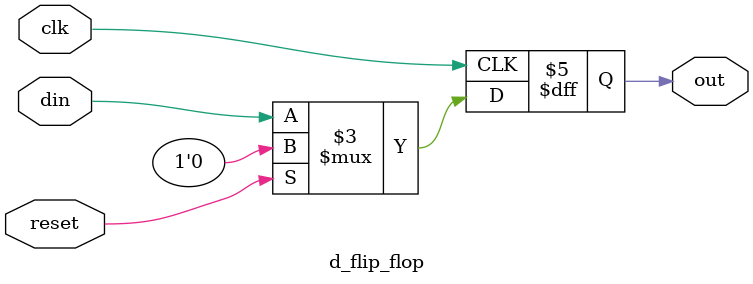
<source format=v>
`timescale 1ns / 1ps
module d_flip_flop ( out, din ,clk ,reset  );

output reg out ; //needs to be an reg because it is used to hold values even after the clock pulse. 
input wire din, clk,reset ;//can be wires as it need not hold a value. 

always @ (posedge (clk)) begin
 if (reset)
  out <= 0;
 else
  out <= din ;
end

endmodule
</source>
